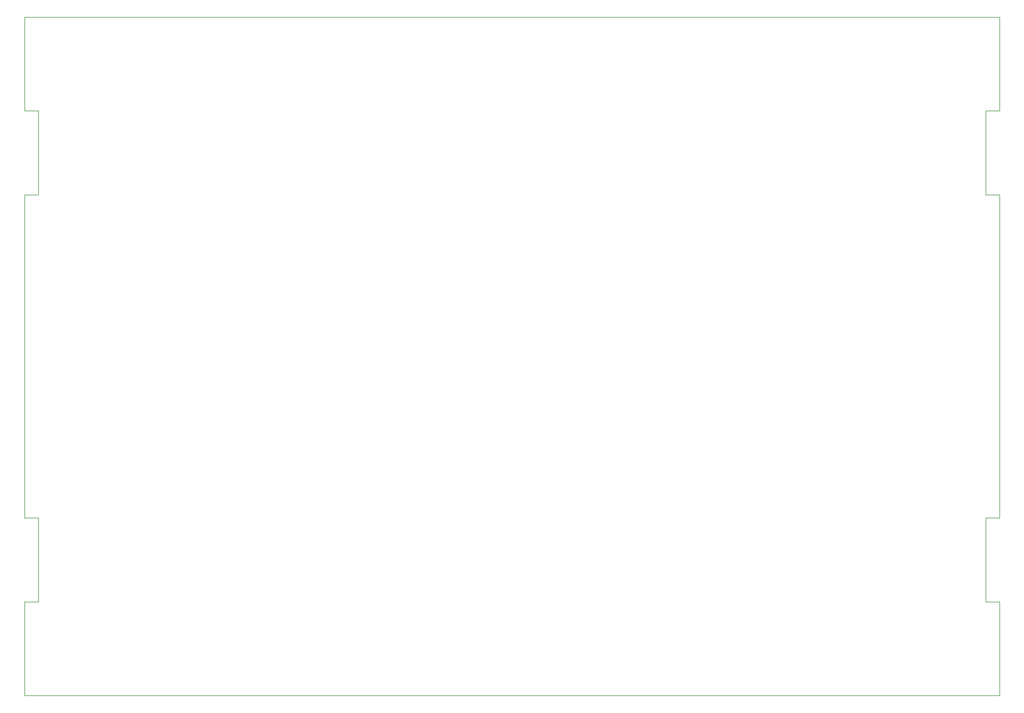
<source format=gbr>
From 8fee690e428db1183e028dd8b832e06a367c89cc Mon Sep 17 00:00:00 2001
From: vishnueaswaran
Date: Fri, 19 Jul 2019 13:11:54 +0530
Subject: unknown changes!

---
 .../OpenPLCv2/gerber/openPlc_Rpi-Edge_Cuts.gbr     | 59 ++++++++++++++++++++++
 1 file changed, 59 insertions(+)
 create mode 100755 Resources/OpenPLCv2/gerber/openPlc_Rpi-Edge_Cuts.gbr

(limited to 'Resources/OpenPLCv2/gerber/openPlc_Rpi-Edge_Cuts.gbr')

diff --git a/Resources/OpenPLCv2/gerber/openPlc_Rpi-Edge_Cuts.gbr b/Resources/OpenPLCv2/gerber/openPlc_Rpi-Edge_Cuts.gbr
new file mode 100755
index 0000000..cb7b14a
--- /dev/null
+++ b/Resources/OpenPLCv2/gerber/openPlc_Rpi-Edge_Cuts.gbr
@@ -0,0 +1,59 @@
+G04 #@! TF.GenerationSoftware,KiCad,Pcbnew,5.1.2*
+G04 #@! TF.CreationDate,2019-06-10T17:55:51+05:30*
+G04 #@! TF.ProjectId,openPlc_Rpi,6f70656e-506c-4635-9f52-70692e6b6963,rev?*
+G04 #@! TF.SameCoordinates,Original*
+G04 #@! TF.FileFunction,Profile,NP*
+%FSLAX46Y46*%
+G04 Gerber Fmt 4.6, Leading zero omitted, Abs format (unit mm)*
+G04 Created by KiCad (PCBNEW 5.1.2) date 2019-06-10 17:55:51*
+%MOMM*%
+%LPD*%
+G04 APERTURE LIST*
+%ADD10C,0.100000*%
+G04 APERTURE END LIST*
+D10*
+X33214000Y-75854000D02*
+X35414000Y-75854000D01*
+X33214000Y-101554000D02*
+X33214000Y-75854000D01*
+X186014000Y-75854000D02*
+X188214000Y-75854000D01*
+X188214000Y-155554000D02*
+X33214000Y-155554000D01*
+X33214000Y-47554000D02*
+X188214000Y-47554000D01*
+X35414000Y-140654000D02*
+X35414000Y-127254000D01*
+X188214000Y-75854000D02*
+X188214000Y-101554000D01*
+X188214000Y-62454000D02*
+X186014000Y-62454000D01*
+X33214000Y-127254000D02*
+X33214000Y-101554000D01*
+X35414000Y-62454000D02*
+X33214000Y-62454000D01*
+X186014000Y-62454000D02*
+X186014000Y-75854000D01*
+X188214000Y-140654000D02*
+X188214000Y-155554000D01*
+X33214000Y-62454000D02*
+X33214000Y-47554000D01*
+X33214000Y-155554000D02*
+X33214000Y-140654000D01*
+X35414000Y-75854000D02*
+X35414000Y-62454000D01*
+X35414000Y-127254000D02*
+X33214000Y-127254000D01*
+X188214000Y-47554000D02*
+X188214000Y-62454000D01*
+X33214000Y-140654000D02*
+X35414000Y-140654000D01*
+X186014000Y-140654000D02*
+X188214000Y-140654000D01*
+X188214000Y-101554000D02*
+X188214000Y-127254000D01*
+X186014000Y-127254000D02*
+X186014000Y-140654000D01*
+X188214000Y-127254000D02*
+X186014000Y-127254000D01*
+M02*
-- 
cgit 


</source>
